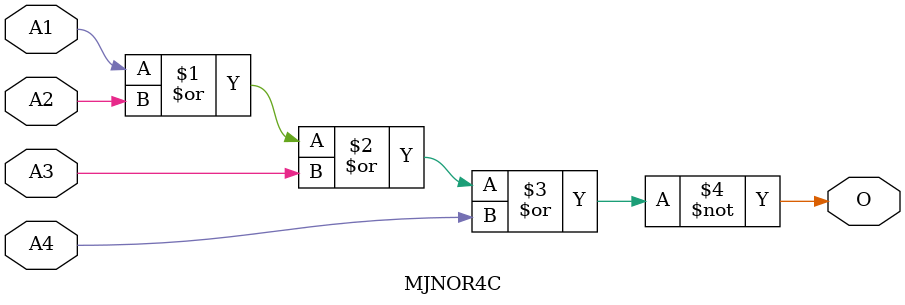
<source format=v>
module MJNOR4C(A1, A2, A3, A4, O);
input   A1;
input   A2;
input   A3;
input   A4;
output  O;
nor g0(O, A1, A2, A3, A4);
endmodule
</source>
